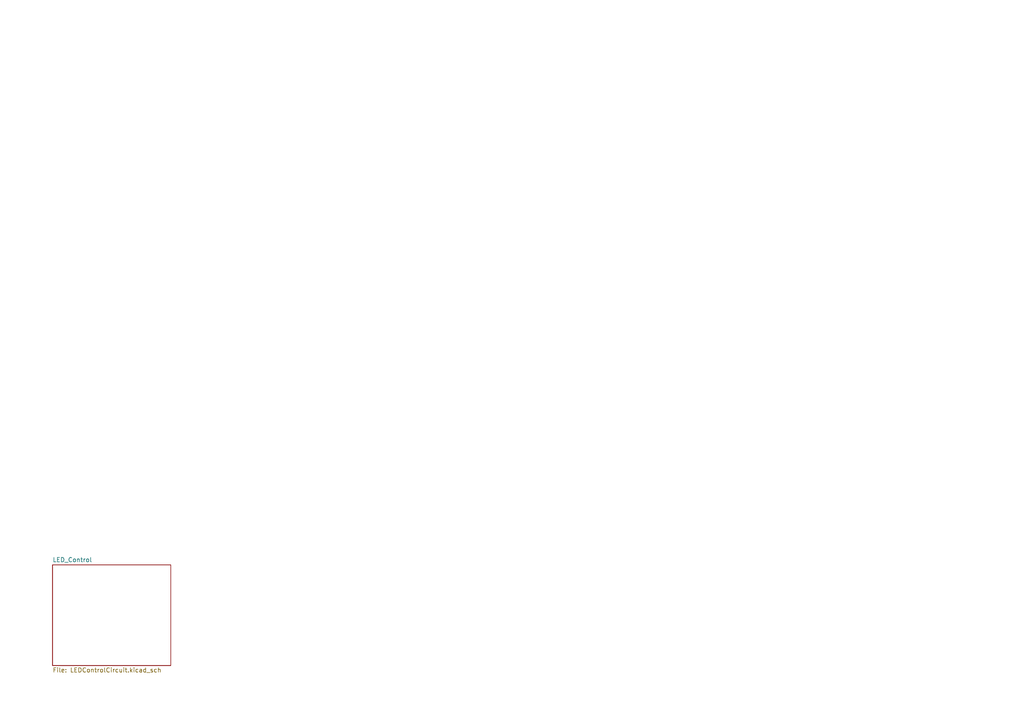
<source format=kicad_sch>
(kicad_sch (version 20230121) (generator eeschema)
  (paper "A4")
  (title_block (title "LED Stacklight Control Board") (rev "2") (company "Andrew McGhee"))
  (lib_symbols)
  (sheet (at 15.24 163.83) (size 34.29 29.21) (stroke (width 0.1524))
    (property "Sheetname" "LED_Control" (at 15.24 163.1184 0) (effects (justify left bottom)))
    (property "Sheetfile" "LEDControlCircuit.kicad_sch" (at 15.24 193.6246 0) (effects (justify left top)))
  )
)
</source>
